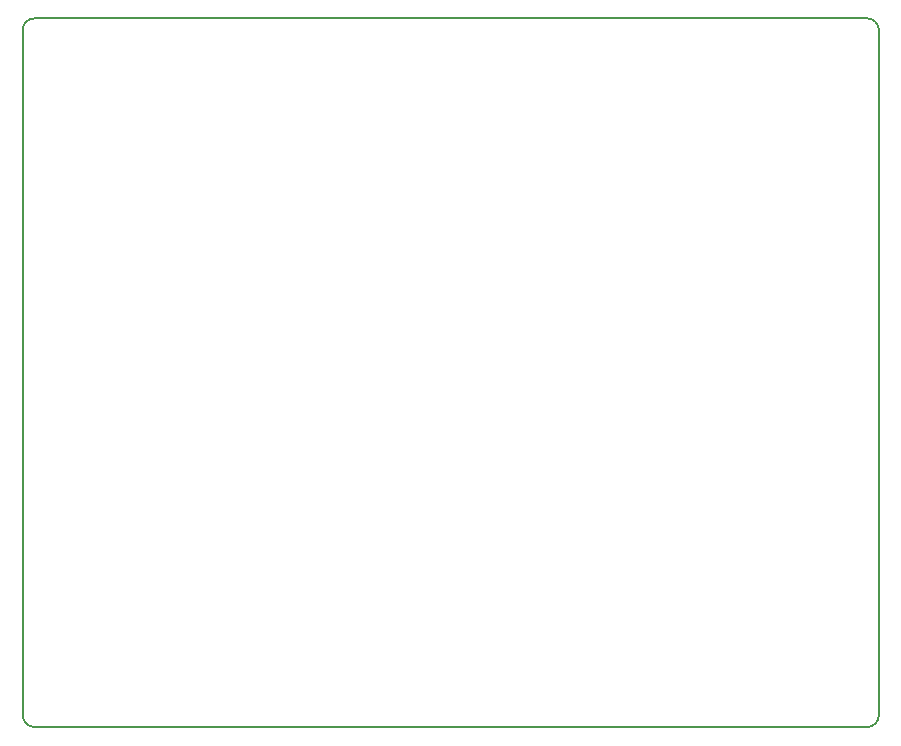
<source format=gko>
G04*
G04 #@! TF.GenerationSoftware,Altium Limited,Altium Designer,20.0.10 (225)*
G04*
G04 Layer_Color=16711935*
%FSLAX44Y44*%
%MOMM*%
G71*
G01*
G75*
%ADD11C,0.2000*%
D11*
X10000Y600000D02*
G03*
X0Y590000I0J-10000D01*
G01*
X725000D02*
G03*
X715000Y600000I-10000J0D01*
G01*
X715000Y0D02*
G03*
X725000Y10000I0J10000D01*
G01*
X0D02*
G03*
X10000Y0I10000J0D01*
G01*
X-0Y590000D02*
X0Y10000D01*
X10000Y0D02*
X715000D01*
X725000Y590000D02*
X725000Y10000D01*
X10000Y600000D02*
X715000D01*
M02*

</source>
